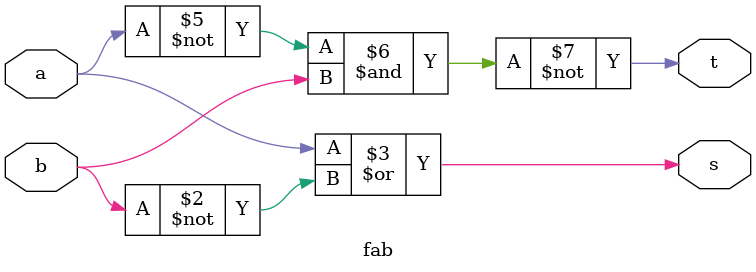
<source format=v>
/*
	Guia_0502.v
	842536 - Mateus Henrique Medeiros Diniz
	
	s = (a | ~b)
	m a b s
	0 0 0 1
	1 0 1 0
	2 1 0 1
	3 1 1 1
*/

module Guia_0502;
	reg a, b;
	wire s, t;
	
	fab f (s, t, a, b);
	
	initial 
	begin: main
		integer i;
		
		$display("s = (a | ~b)");
		$display("t = ~(~(a . a) . b)");
		
		$display("a b | s t");
		$monitor("%b %b | %b %b", a, b, s, t);
		
		a = 0;
		b = 0;
		
		for(i = 0; i < 3; i++) begin
			#1;	
			b = ~b;
			if((i + 1) % 2 == 0) begin
				a = ~a;
			end
		end
	end
endmodule

module fab (output s, t, input a, b);
	assign s = a | ~b;
	assign t = ~(~(a & a) & b);
endmodule
</source>
